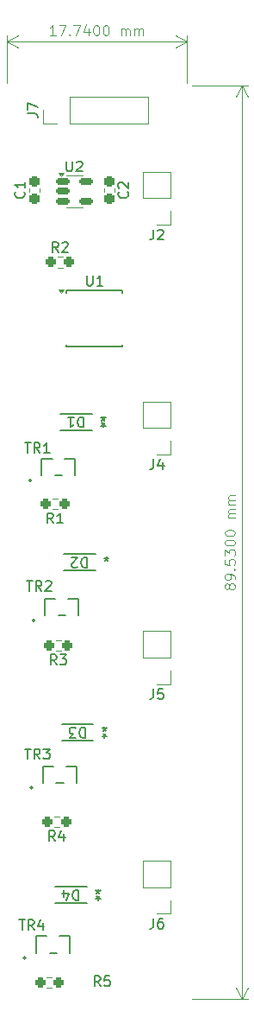
<source format=gbr>
%TF.GenerationSoftware,KiCad,Pcbnew,8.0.1*%
%TF.CreationDate,2025-01-22T20:34:06-07:00*%
%TF.ProjectId,VibrationBand,56696272-6174-4696-9f6e-42616e642e6b,rev?*%
%TF.SameCoordinates,Original*%
%TF.FileFunction,Legend,Top*%
%TF.FilePolarity,Positive*%
%FSLAX46Y46*%
G04 Gerber Fmt 4.6, Leading zero omitted, Abs format (unit mm)*
G04 Created by KiCad (PCBNEW 8.0.1) date 2025-01-22 20:34:06*
%MOMM*%
%LPD*%
G01*
G04 APERTURE LIST*
G04 Aperture macros list*
%AMRoundRect*
0 Rectangle with rounded corners*
0 $1 Rounding radius*
0 $2 $3 $4 $5 $6 $7 $8 $9 X,Y pos of 4 corners*
0 Add a 4 corners polygon primitive as box body*
4,1,4,$2,$3,$4,$5,$6,$7,$8,$9,$2,$3,0*
0 Add four circle primitives for the rounded corners*
1,1,$1+$1,$2,$3*
1,1,$1+$1,$4,$5*
1,1,$1+$1,$6,$7*
1,1,$1+$1,$8,$9*
0 Add four rect primitives between the rounded corners*
20,1,$1+$1,$2,$3,$4,$5,0*
20,1,$1+$1,$4,$5,$6,$7,0*
20,1,$1+$1,$6,$7,$8,$9,0*
20,1,$1+$1,$8,$9,$2,$3,0*%
G04 Aperture macros list end*
%ADD10C,0.100000*%
%ADD11C,0.150000*%
%ADD12C,0.120000*%
%ADD13C,0.152400*%
%ADD14RoundRect,0.237500X0.250000X0.237500X-0.250000X0.237500X-0.250000X-0.237500X0.250000X-0.237500X0*%
%ADD15R,1.111200X0.600800*%
%ADD16R,1.700000X0.650000*%
%ADD17R,1.700000X1.700000*%
%ADD18O,1.700000X1.700000*%
%ADD19R,0.558800X1.219200*%
%ADD20RoundRect,0.150000X-0.512500X-0.150000X0.512500X-0.150000X0.512500X0.150000X-0.512500X0.150000X0*%
%ADD21RoundRect,0.237500X0.237500X-0.300000X0.237500X0.300000X-0.237500X0.300000X-0.237500X-0.300000X0*%
%ADD22RoundRect,0.237500X-0.237500X0.300000X-0.237500X-0.300000X0.237500X-0.300000X0.237500X0.300000X0*%
%ADD23RoundRect,0.237500X-0.250000X-0.237500X0.250000X-0.237500X0.250000X0.237500X-0.250000X0.237500X0*%
G04 APERTURE END LIST*
D10*
X109052381Y-42757419D02*
X108480953Y-42757419D01*
X108766667Y-42757419D02*
X108766667Y-41757419D01*
X108766667Y-41757419D02*
X108671429Y-41900276D01*
X108671429Y-41900276D02*
X108576191Y-41995514D01*
X108576191Y-41995514D02*
X108480953Y-42043133D01*
X109385715Y-41757419D02*
X110052381Y-41757419D01*
X110052381Y-41757419D02*
X109623810Y-42757419D01*
X110433334Y-42662180D02*
X110480953Y-42709800D01*
X110480953Y-42709800D02*
X110433334Y-42757419D01*
X110433334Y-42757419D02*
X110385715Y-42709800D01*
X110385715Y-42709800D02*
X110433334Y-42662180D01*
X110433334Y-42662180D02*
X110433334Y-42757419D01*
X110814286Y-41757419D02*
X111480952Y-41757419D01*
X111480952Y-41757419D02*
X111052381Y-42757419D01*
X112290476Y-42090752D02*
X112290476Y-42757419D01*
X112052381Y-41709800D02*
X111814286Y-42424085D01*
X111814286Y-42424085D02*
X112433333Y-42424085D01*
X113004762Y-41757419D02*
X113100000Y-41757419D01*
X113100000Y-41757419D02*
X113195238Y-41805038D01*
X113195238Y-41805038D02*
X113242857Y-41852657D01*
X113242857Y-41852657D02*
X113290476Y-41947895D01*
X113290476Y-41947895D02*
X113338095Y-42138371D01*
X113338095Y-42138371D02*
X113338095Y-42376466D01*
X113338095Y-42376466D02*
X113290476Y-42566942D01*
X113290476Y-42566942D02*
X113242857Y-42662180D01*
X113242857Y-42662180D02*
X113195238Y-42709800D01*
X113195238Y-42709800D02*
X113100000Y-42757419D01*
X113100000Y-42757419D02*
X113004762Y-42757419D01*
X113004762Y-42757419D02*
X112909524Y-42709800D01*
X112909524Y-42709800D02*
X112861905Y-42662180D01*
X112861905Y-42662180D02*
X112814286Y-42566942D01*
X112814286Y-42566942D02*
X112766667Y-42376466D01*
X112766667Y-42376466D02*
X112766667Y-42138371D01*
X112766667Y-42138371D02*
X112814286Y-41947895D01*
X112814286Y-41947895D02*
X112861905Y-41852657D01*
X112861905Y-41852657D02*
X112909524Y-41805038D01*
X112909524Y-41805038D02*
X113004762Y-41757419D01*
X113957143Y-41757419D02*
X114052381Y-41757419D01*
X114052381Y-41757419D02*
X114147619Y-41805038D01*
X114147619Y-41805038D02*
X114195238Y-41852657D01*
X114195238Y-41852657D02*
X114242857Y-41947895D01*
X114242857Y-41947895D02*
X114290476Y-42138371D01*
X114290476Y-42138371D02*
X114290476Y-42376466D01*
X114290476Y-42376466D02*
X114242857Y-42566942D01*
X114242857Y-42566942D02*
X114195238Y-42662180D01*
X114195238Y-42662180D02*
X114147619Y-42709800D01*
X114147619Y-42709800D02*
X114052381Y-42757419D01*
X114052381Y-42757419D02*
X113957143Y-42757419D01*
X113957143Y-42757419D02*
X113861905Y-42709800D01*
X113861905Y-42709800D02*
X113814286Y-42662180D01*
X113814286Y-42662180D02*
X113766667Y-42566942D01*
X113766667Y-42566942D02*
X113719048Y-42376466D01*
X113719048Y-42376466D02*
X113719048Y-42138371D01*
X113719048Y-42138371D02*
X113766667Y-41947895D01*
X113766667Y-41947895D02*
X113814286Y-41852657D01*
X113814286Y-41852657D02*
X113861905Y-41805038D01*
X113861905Y-41805038D02*
X113957143Y-41757419D01*
X115480953Y-42757419D02*
X115480953Y-42090752D01*
X115480953Y-42185990D02*
X115528572Y-42138371D01*
X115528572Y-42138371D02*
X115623810Y-42090752D01*
X115623810Y-42090752D02*
X115766667Y-42090752D01*
X115766667Y-42090752D02*
X115861905Y-42138371D01*
X115861905Y-42138371D02*
X115909524Y-42233609D01*
X115909524Y-42233609D02*
X115909524Y-42757419D01*
X115909524Y-42233609D02*
X115957143Y-42138371D01*
X115957143Y-42138371D02*
X116052381Y-42090752D01*
X116052381Y-42090752D02*
X116195238Y-42090752D01*
X116195238Y-42090752D02*
X116290477Y-42138371D01*
X116290477Y-42138371D02*
X116338096Y-42233609D01*
X116338096Y-42233609D02*
X116338096Y-42757419D01*
X116814286Y-42757419D02*
X116814286Y-42090752D01*
X116814286Y-42185990D02*
X116861905Y-42138371D01*
X116861905Y-42138371D02*
X116957143Y-42090752D01*
X116957143Y-42090752D02*
X117100000Y-42090752D01*
X117100000Y-42090752D02*
X117195238Y-42138371D01*
X117195238Y-42138371D02*
X117242857Y-42233609D01*
X117242857Y-42233609D02*
X117242857Y-42757419D01*
X117242857Y-42233609D02*
X117290476Y-42138371D01*
X117290476Y-42138371D02*
X117385714Y-42090752D01*
X117385714Y-42090752D02*
X117528571Y-42090752D01*
X117528571Y-42090752D02*
X117623810Y-42138371D01*
X117623810Y-42138371D02*
X117671429Y-42233609D01*
X117671429Y-42233609D02*
X117671429Y-42757419D01*
X104230000Y-47470000D02*
X104230000Y-42813580D01*
X121970000Y-47470000D02*
X121970000Y-42813580D01*
X104230000Y-43400000D02*
X121970000Y-43400000D01*
X104230000Y-43400000D02*
X121970000Y-43400000D01*
X104230000Y-43400000D02*
X105356504Y-42813579D01*
X104230000Y-43400000D02*
X105356504Y-43986421D01*
X121970000Y-43400000D02*
X120843496Y-43986421D01*
X121970000Y-43400000D02*
X120843496Y-42813579D01*
X126125990Y-96853570D02*
X126078371Y-96948808D01*
X126078371Y-96948808D02*
X126030752Y-96996427D01*
X126030752Y-96996427D02*
X125935514Y-97044046D01*
X125935514Y-97044046D02*
X125887895Y-97044046D01*
X125887895Y-97044046D02*
X125792657Y-96996427D01*
X125792657Y-96996427D02*
X125745038Y-96948808D01*
X125745038Y-96948808D02*
X125697419Y-96853570D01*
X125697419Y-96853570D02*
X125697419Y-96663094D01*
X125697419Y-96663094D02*
X125745038Y-96567856D01*
X125745038Y-96567856D02*
X125792657Y-96520237D01*
X125792657Y-96520237D02*
X125887895Y-96472618D01*
X125887895Y-96472618D02*
X125935514Y-96472618D01*
X125935514Y-96472618D02*
X126030752Y-96520237D01*
X126030752Y-96520237D02*
X126078371Y-96567856D01*
X126078371Y-96567856D02*
X126125990Y-96663094D01*
X126125990Y-96663094D02*
X126125990Y-96853570D01*
X126125990Y-96853570D02*
X126173609Y-96948808D01*
X126173609Y-96948808D02*
X126221228Y-96996427D01*
X126221228Y-96996427D02*
X126316466Y-97044046D01*
X126316466Y-97044046D02*
X126506942Y-97044046D01*
X126506942Y-97044046D02*
X126602180Y-96996427D01*
X126602180Y-96996427D02*
X126649800Y-96948808D01*
X126649800Y-96948808D02*
X126697419Y-96853570D01*
X126697419Y-96853570D02*
X126697419Y-96663094D01*
X126697419Y-96663094D02*
X126649800Y-96567856D01*
X126649800Y-96567856D02*
X126602180Y-96520237D01*
X126602180Y-96520237D02*
X126506942Y-96472618D01*
X126506942Y-96472618D02*
X126316466Y-96472618D01*
X126316466Y-96472618D02*
X126221228Y-96520237D01*
X126221228Y-96520237D02*
X126173609Y-96567856D01*
X126173609Y-96567856D02*
X126125990Y-96663094D01*
X126697419Y-95996427D02*
X126697419Y-95805951D01*
X126697419Y-95805951D02*
X126649800Y-95710713D01*
X126649800Y-95710713D02*
X126602180Y-95663094D01*
X126602180Y-95663094D02*
X126459323Y-95567856D01*
X126459323Y-95567856D02*
X126268847Y-95520237D01*
X126268847Y-95520237D02*
X125887895Y-95520237D01*
X125887895Y-95520237D02*
X125792657Y-95567856D01*
X125792657Y-95567856D02*
X125745038Y-95615475D01*
X125745038Y-95615475D02*
X125697419Y-95710713D01*
X125697419Y-95710713D02*
X125697419Y-95901189D01*
X125697419Y-95901189D02*
X125745038Y-95996427D01*
X125745038Y-95996427D02*
X125792657Y-96044046D01*
X125792657Y-96044046D02*
X125887895Y-96091665D01*
X125887895Y-96091665D02*
X126125990Y-96091665D01*
X126125990Y-96091665D02*
X126221228Y-96044046D01*
X126221228Y-96044046D02*
X126268847Y-95996427D01*
X126268847Y-95996427D02*
X126316466Y-95901189D01*
X126316466Y-95901189D02*
X126316466Y-95710713D01*
X126316466Y-95710713D02*
X126268847Y-95615475D01*
X126268847Y-95615475D02*
X126221228Y-95567856D01*
X126221228Y-95567856D02*
X126125990Y-95520237D01*
X126602180Y-95091665D02*
X126649800Y-95044046D01*
X126649800Y-95044046D02*
X126697419Y-95091665D01*
X126697419Y-95091665D02*
X126649800Y-95139284D01*
X126649800Y-95139284D02*
X126602180Y-95091665D01*
X126602180Y-95091665D02*
X126697419Y-95091665D01*
X125697419Y-94139285D02*
X125697419Y-94615475D01*
X125697419Y-94615475D02*
X126173609Y-94663094D01*
X126173609Y-94663094D02*
X126125990Y-94615475D01*
X126125990Y-94615475D02*
X126078371Y-94520237D01*
X126078371Y-94520237D02*
X126078371Y-94282142D01*
X126078371Y-94282142D02*
X126125990Y-94186904D01*
X126125990Y-94186904D02*
X126173609Y-94139285D01*
X126173609Y-94139285D02*
X126268847Y-94091666D01*
X126268847Y-94091666D02*
X126506942Y-94091666D01*
X126506942Y-94091666D02*
X126602180Y-94139285D01*
X126602180Y-94139285D02*
X126649800Y-94186904D01*
X126649800Y-94186904D02*
X126697419Y-94282142D01*
X126697419Y-94282142D02*
X126697419Y-94520237D01*
X126697419Y-94520237D02*
X126649800Y-94615475D01*
X126649800Y-94615475D02*
X126602180Y-94663094D01*
X125697419Y-93758332D02*
X125697419Y-93139285D01*
X125697419Y-93139285D02*
X126078371Y-93472618D01*
X126078371Y-93472618D02*
X126078371Y-93329761D01*
X126078371Y-93329761D02*
X126125990Y-93234523D01*
X126125990Y-93234523D02*
X126173609Y-93186904D01*
X126173609Y-93186904D02*
X126268847Y-93139285D01*
X126268847Y-93139285D02*
X126506942Y-93139285D01*
X126506942Y-93139285D02*
X126602180Y-93186904D01*
X126602180Y-93186904D02*
X126649800Y-93234523D01*
X126649800Y-93234523D02*
X126697419Y-93329761D01*
X126697419Y-93329761D02*
X126697419Y-93615475D01*
X126697419Y-93615475D02*
X126649800Y-93710713D01*
X126649800Y-93710713D02*
X126602180Y-93758332D01*
X125697419Y-92520237D02*
X125697419Y-92424999D01*
X125697419Y-92424999D02*
X125745038Y-92329761D01*
X125745038Y-92329761D02*
X125792657Y-92282142D01*
X125792657Y-92282142D02*
X125887895Y-92234523D01*
X125887895Y-92234523D02*
X126078371Y-92186904D01*
X126078371Y-92186904D02*
X126316466Y-92186904D01*
X126316466Y-92186904D02*
X126506942Y-92234523D01*
X126506942Y-92234523D02*
X126602180Y-92282142D01*
X126602180Y-92282142D02*
X126649800Y-92329761D01*
X126649800Y-92329761D02*
X126697419Y-92424999D01*
X126697419Y-92424999D02*
X126697419Y-92520237D01*
X126697419Y-92520237D02*
X126649800Y-92615475D01*
X126649800Y-92615475D02*
X126602180Y-92663094D01*
X126602180Y-92663094D02*
X126506942Y-92710713D01*
X126506942Y-92710713D02*
X126316466Y-92758332D01*
X126316466Y-92758332D02*
X126078371Y-92758332D01*
X126078371Y-92758332D02*
X125887895Y-92710713D01*
X125887895Y-92710713D02*
X125792657Y-92663094D01*
X125792657Y-92663094D02*
X125745038Y-92615475D01*
X125745038Y-92615475D02*
X125697419Y-92520237D01*
X125697419Y-91567856D02*
X125697419Y-91472618D01*
X125697419Y-91472618D02*
X125745038Y-91377380D01*
X125745038Y-91377380D02*
X125792657Y-91329761D01*
X125792657Y-91329761D02*
X125887895Y-91282142D01*
X125887895Y-91282142D02*
X126078371Y-91234523D01*
X126078371Y-91234523D02*
X126316466Y-91234523D01*
X126316466Y-91234523D02*
X126506942Y-91282142D01*
X126506942Y-91282142D02*
X126602180Y-91329761D01*
X126602180Y-91329761D02*
X126649800Y-91377380D01*
X126649800Y-91377380D02*
X126697419Y-91472618D01*
X126697419Y-91472618D02*
X126697419Y-91567856D01*
X126697419Y-91567856D02*
X126649800Y-91663094D01*
X126649800Y-91663094D02*
X126602180Y-91710713D01*
X126602180Y-91710713D02*
X126506942Y-91758332D01*
X126506942Y-91758332D02*
X126316466Y-91805951D01*
X126316466Y-91805951D02*
X126078371Y-91805951D01*
X126078371Y-91805951D02*
X125887895Y-91758332D01*
X125887895Y-91758332D02*
X125792657Y-91710713D01*
X125792657Y-91710713D02*
X125745038Y-91663094D01*
X125745038Y-91663094D02*
X125697419Y-91567856D01*
X126697419Y-90044046D02*
X126030752Y-90044046D01*
X126125990Y-90044046D02*
X126078371Y-89996427D01*
X126078371Y-89996427D02*
X126030752Y-89901189D01*
X126030752Y-89901189D02*
X126030752Y-89758332D01*
X126030752Y-89758332D02*
X126078371Y-89663094D01*
X126078371Y-89663094D02*
X126173609Y-89615475D01*
X126173609Y-89615475D02*
X126697419Y-89615475D01*
X126173609Y-89615475D02*
X126078371Y-89567856D01*
X126078371Y-89567856D02*
X126030752Y-89472618D01*
X126030752Y-89472618D02*
X126030752Y-89329761D01*
X126030752Y-89329761D02*
X126078371Y-89234522D01*
X126078371Y-89234522D02*
X126173609Y-89186903D01*
X126173609Y-89186903D02*
X126697419Y-89186903D01*
X126697419Y-88710713D02*
X126030752Y-88710713D01*
X126125990Y-88710713D02*
X126078371Y-88663094D01*
X126078371Y-88663094D02*
X126030752Y-88567856D01*
X126030752Y-88567856D02*
X126030752Y-88424999D01*
X126030752Y-88424999D02*
X126078371Y-88329761D01*
X126078371Y-88329761D02*
X126173609Y-88282142D01*
X126173609Y-88282142D02*
X126697419Y-88282142D01*
X126173609Y-88282142D02*
X126078371Y-88234523D01*
X126078371Y-88234523D02*
X126030752Y-88139285D01*
X126030752Y-88139285D02*
X126030752Y-87996428D01*
X126030752Y-87996428D02*
X126078371Y-87901189D01*
X126078371Y-87901189D02*
X126173609Y-87853570D01*
X126173609Y-87853570D02*
X126697419Y-87853570D01*
X122450000Y-47660000D02*
X127926420Y-47660000D01*
X122450000Y-137190000D02*
X127926420Y-137190000D01*
X127340000Y-47660000D02*
X127340000Y-137190000D01*
X127340000Y-47660000D02*
X127340000Y-137190000D01*
X127340000Y-47660000D02*
X127926421Y-48786504D01*
X127340000Y-47660000D02*
X126753579Y-48786504D01*
X127340000Y-137190000D02*
X126753579Y-136063496D01*
X127340000Y-137190000D02*
X127926421Y-136063496D01*
D11*
X113453333Y-135924819D02*
X113120000Y-135448628D01*
X112881905Y-135924819D02*
X112881905Y-134924819D01*
X112881905Y-134924819D02*
X113262857Y-134924819D01*
X113262857Y-134924819D02*
X113358095Y-134972438D01*
X113358095Y-134972438D02*
X113405714Y-135020057D01*
X113405714Y-135020057D02*
X113453333Y-135115295D01*
X113453333Y-135115295D02*
X113453333Y-135258152D01*
X113453333Y-135258152D02*
X113405714Y-135353390D01*
X113405714Y-135353390D02*
X113358095Y-135401009D01*
X113358095Y-135401009D02*
X113262857Y-135448628D01*
X113262857Y-135448628D02*
X112881905Y-135448628D01*
X114358095Y-134924819D02*
X113881905Y-134924819D01*
X113881905Y-134924819D02*
X113834286Y-135401009D01*
X113834286Y-135401009D02*
X113881905Y-135353390D01*
X113881905Y-135353390D02*
X113977143Y-135305771D01*
X113977143Y-135305771D02*
X114215238Y-135305771D01*
X114215238Y-135305771D02*
X114310476Y-135353390D01*
X114310476Y-135353390D02*
X114358095Y-135401009D01*
X114358095Y-135401009D02*
X114405714Y-135496247D01*
X114405714Y-135496247D02*
X114405714Y-135734342D01*
X114405714Y-135734342D02*
X114358095Y-135829580D01*
X114358095Y-135829580D02*
X114310476Y-135877200D01*
X114310476Y-135877200D02*
X114215238Y-135924819D01*
X114215238Y-135924819D02*
X113977143Y-135924819D01*
X113977143Y-135924819D02*
X113881905Y-135877200D01*
X113881905Y-135877200D02*
X113834286Y-135829580D01*
X108830833Y-90554819D02*
X108497500Y-90078628D01*
X108259405Y-90554819D02*
X108259405Y-89554819D01*
X108259405Y-89554819D02*
X108640357Y-89554819D01*
X108640357Y-89554819D02*
X108735595Y-89602438D01*
X108735595Y-89602438D02*
X108783214Y-89650057D01*
X108783214Y-89650057D02*
X108830833Y-89745295D01*
X108830833Y-89745295D02*
X108830833Y-89888152D01*
X108830833Y-89888152D02*
X108783214Y-89983390D01*
X108783214Y-89983390D02*
X108735595Y-90031009D01*
X108735595Y-90031009D02*
X108640357Y-90078628D01*
X108640357Y-90078628D02*
X108259405Y-90078628D01*
X109783214Y-90554819D02*
X109211786Y-90554819D01*
X109497500Y-90554819D02*
X109497500Y-89554819D01*
X109497500Y-89554819D02*
X109402262Y-89697676D01*
X109402262Y-89697676D02*
X109307024Y-89792914D01*
X109307024Y-89792914D02*
X109211786Y-89840533D01*
X112133094Y-93915180D02*
X112133094Y-94915180D01*
X112133094Y-94915180D02*
X111894999Y-94915180D01*
X111894999Y-94915180D02*
X111752142Y-94867561D01*
X111752142Y-94867561D02*
X111656904Y-94772323D01*
X111656904Y-94772323D02*
X111609285Y-94677085D01*
X111609285Y-94677085D02*
X111561666Y-94486609D01*
X111561666Y-94486609D02*
X111561666Y-94343752D01*
X111561666Y-94343752D02*
X111609285Y-94153276D01*
X111609285Y-94153276D02*
X111656904Y-94058038D01*
X111656904Y-94058038D02*
X111752142Y-93962800D01*
X111752142Y-93962800D02*
X111894999Y-93915180D01*
X111894999Y-93915180D02*
X112133094Y-93915180D01*
X111180713Y-94819942D02*
X111133094Y-94867561D01*
X111133094Y-94867561D02*
X111037856Y-94915180D01*
X111037856Y-94915180D02*
X110799761Y-94915180D01*
X110799761Y-94915180D02*
X110704523Y-94867561D01*
X110704523Y-94867561D02*
X110656904Y-94819942D01*
X110656904Y-94819942D02*
X110609285Y-94724704D01*
X110609285Y-94724704D02*
X110609285Y-94629466D01*
X110609285Y-94629466D02*
X110656904Y-94486609D01*
X110656904Y-94486609D02*
X111228332Y-93915180D01*
X111228332Y-93915180D02*
X110609285Y-93915180D01*
X114056600Y-93824819D02*
X114056600Y-94062914D01*
X113818505Y-93967676D02*
X114056600Y-94062914D01*
X114056600Y-94062914D02*
X114294695Y-93967676D01*
X113913743Y-94253390D02*
X114056600Y-94062914D01*
X114056600Y-94062914D02*
X114199457Y-94253390D01*
X112123095Y-66289819D02*
X112123095Y-67099342D01*
X112123095Y-67099342D02*
X112170714Y-67194580D01*
X112170714Y-67194580D02*
X112218333Y-67242200D01*
X112218333Y-67242200D02*
X112313571Y-67289819D01*
X112313571Y-67289819D02*
X112504047Y-67289819D01*
X112504047Y-67289819D02*
X112599285Y-67242200D01*
X112599285Y-67242200D02*
X112646904Y-67194580D01*
X112646904Y-67194580D02*
X112694523Y-67099342D01*
X112694523Y-67099342D02*
X112694523Y-66289819D01*
X113694523Y-67289819D02*
X113123095Y-67289819D01*
X113408809Y-67289819D02*
X113408809Y-66289819D01*
X113408809Y-66289819D02*
X113313571Y-66432676D01*
X113313571Y-66432676D02*
X113218333Y-66527914D01*
X113218333Y-66527914D02*
X113123095Y-66575533D01*
X118666666Y-129284819D02*
X118666666Y-129999104D01*
X118666666Y-129999104D02*
X118619047Y-130141961D01*
X118619047Y-130141961D02*
X118523809Y-130237200D01*
X118523809Y-130237200D02*
X118380952Y-130284819D01*
X118380952Y-130284819D02*
X118285714Y-130284819D01*
X119571428Y-129284819D02*
X119380952Y-129284819D01*
X119380952Y-129284819D02*
X119285714Y-129332438D01*
X119285714Y-129332438D02*
X119238095Y-129380057D01*
X119238095Y-129380057D02*
X119142857Y-129522914D01*
X119142857Y-129522914D02*
X119095238Y-129713390D01*
X119095238Y-129713390D02*
X119095238Y-130094342D01*
X119095238Y-130094342D02*
X119142857Y-130189580D01*
X119142857Y-130189580D02*
X119190476Y-130237200D01*
X119190476Y-130237200D02*
X119285714Y-130284819D01*
X119285714Y-130284819D02*
X119476190Y-130284819D01*
X119476190Y-130284819D02*
X119571428Y-130237200D01*
X119571428Y-130237200D02*
X119619047Y-130189580D01*
X119619047Y-130189580D02*
X119666666Y-130094342D01*
X119666666Y-130094342D02*
X119666666Y-129856247D01*
X119666666Y-129856247D02*
X119619047Y-129761009D01*
X119619047Y-129761009D02*
X119571428Y-129713390D01*
X119571428Y-129713390D02*
X119476190Y-129665771D01*
X119476190Y-129665771D02*
X119285714Y-129665771D01*
X119285714Y-129665771D02*
X119190476Y-129713390D01*
X119190476Y-129713390D02*
X119142857Y-129761009D01*
X119142857Y-129761009D02*
X119095238Y-129856247D01*
X111293094Y-126495180D02*
X111293094Y-127495180D01*
X111293094Y-127495180D02*
X111054999Y-127495180D01*
X111054999Y-127495180D02*
X110912142Y-127447561D01*
X110912142Y-127447561D02*
X110816904Y-127352323D01*
X110816904Y-127352323D02*
X110769285Y-127257085D01*
X110769285Y-127257085D02*
X110721666Y-127066609D01*
X110721666Y-127066609D02*
X110721666Y-126923752D01*
X110721666Y-126923752D02*
X110769285Y-126733276D01*
X110769285Y-126733276D02*
X110816904Y-126638038D01*
X110816904Y-126638038D02*
X110912142Y-126542800D01*
X110912142Y-126542800D02*
X111054999Y-126495180D01*
X111054999Y-126495180D02*
X111293094Y-126495180D01*
X109864523Y-127161847D02*
X109864523Y-126495180D01*
X110102618Y-127542800D02*
X110340713Y-126828514D01*
X110340713Y-126828514D02*
X109721666Y-126828514D01*
X113216600Y-126404819D02*
X113216600Y-126642914D01*
X112978505Y-126547676D02*
X113216600Y-126642914D01*
X113216600Y-126642914D02*
X113454695Y-126547676D01*
X113073743Y-126833390D02*
X113216600Y-126642914D01*
X113216600Y-126642914D02*
X113359457Y-126833390D01*
X113216599Y-127495180D02*
X113216599Y-127257085D01*
X113454694Y-127352323D02*
X113216599Y-127257085D01*
X113216599Y-127257085D02*
X112978504Y-127352323D01*
X113359456Y-127066609D02*
X113216599Y-127257085D01*
X113216599Y-127257085D02*
X113073742Y-127066609D01*
X111943094Y-110575180D02*
X111943094Y-111575180D01*
X111943094Y-111575180D02*
X111704999Y-111575180D01*
X111704999Y-111575180D02*
X111562142Y-111527561D01*
X111562142Y-111527561D02*
X111466904Y-111432323D01*
X111466904Y-111432323D02*
X111419285Y-111337085D01*
X111419285Y-111337085D02*
X111371666Y-111146609D01*
X111371666Y-111146609D02*
X111371666Y-111003752D01*
X111371666Y-111003752D02*
X111419285Y-110813276D01*
X111419285Y-110813276D02*
X111466904Y-110718038D01*
X111466904Y-110718038D02*
X111562142Y-110622800D01*
X111562142Y-110622800D02*
X111704999Y-110575180D01*
X111704999Y-110575180D02*
X111943094Y-110575180D01*
X111038332Y-111575180D02*
X110419285Y-111575180D01*
X110419285Y-111575180D02*
X110752618Y-111194228D01*
X110752618Y-111194228D02*
X110609761Y-111194228D01*
X110609761Y-111194228D02*
X110514523Y-111146609D01*
X110514523Y-111146609D02*
X110466904Y-111098990D01*
X110466904Y-111098990D02*
X110419285Y-111003752D01*
X110419285Y-111003752D02*
X110419285Y-110765657D01*
X110419285Y-110765657D02*
X110466904Y-110670419D01*
X110466904Y-110670419D02*
X110514523Y-110622800D01*
X110514523Y-110622800D02*
X110609761Y-110575180D01*
X110609761Y-110575180D02*
X110895475Y-110575180D01*
X110895475Y-110575180D02*
X110990713Y-110622800D01*
X110990713Y-110622800D02*
X111038332Y-110670419D01*
X113866600Y-110484819D02*
X113866600Y-110722914D01*
X113628505Y-110627676D02*
X113866600Y-110722914D01*
X113866600Y-110722914D02*
X114104695Y-110627676D01*
X113723743Y-110913390D02*
X113866600Y-110722914D01*
X113866600Y-110722914D02*
X114009457Y-110913390D01*
X113866599Y-111575180D02*
X113866599Y-111337085D01*
X114104694Y-111432323D02*
X113866599Y-111337085D01*
X113866599Y-111337085D02*
X113628504Y-111432323D01*
X114009456Y-111146609D02*
X113866599Y-111337085D01*
X113866599Y-111337085D02*
X113723742Y-111146609D01*
X106294819Y-50423333D02*
X107009104Y-50423333D01*
X107009104Y-50423333D02*
X107151961Y-50470952D01*
X107151961Y-50470952D02*
X107247200Y-50566190D01*
X107247200Y-50566190D02*
X107294819Y-50709047D01*
X107294819Y-50709047D02*
X107294819Y-50804285D01*
X106294819Y-50042380D02*
X106294819Y-49375714D01*
X106294819Y-49375714D02*
X107294819Y-49804285D01*
X118666666Y-106784819D02*
X118666666Y-107499104D01*
X118666666Y-107499104D02*
X118619047Y-107641961D01*
X118619047Y-107641961D02*
X118523809Y-107737200D01*
X118523809Y-107737200D02*
X118380952Y-107784819D01*
X118380952Y-107784819D02*
X118285714Y-107784819D01*
X119619047Y-106784819D02*
X119142857Y-106784819D01*
X119142857Y-106784819D02*
X119095238Y-107261009D01*
X119095238Y-107261009D02*
X119142857Y-107213390D01*
X119142857Y-107213390D02*
X119238095Y-107165771D01*
X119238095Y-107165771D02*
X119476190Y-107165771D01*
X119476190Y-107165771D02*
X119571428Y-107213390D01*
X119571428Y-107213390D02*
X119619047Y-107261009D01*
X119619047Y-107261009D02*
X119666666Y-107356247D01*
X119666666Y-107356247D02*
X119666666Y-107594342D01*
X119666666Y-107594342D02*
X119619047Y-107689580D01*
X119619047Y-107689580D02*
X119571428Y-107737200D01*
X119571428Y-107737200D02*
X119476190Y-107784819D01*
X119476190Y-107784819D02*
X119238095Y-107784819D01*
X119238095Y-107784819D02*
X119142857Y-107737200D01*
X119142857Y-107737200D02*
X119095238Y-107689580D01*
X105458095Y-129414819D02*
X106029523Y-129414819D01*
X105743809Y-130414819D02*
X105743809Y-129414819D01*
X106934285Y-130414819D02*
X106600952Y-129938628D01*
X106362857Y-130414819D02*
X106362857Y-129414819D01*
X106362857Y-129414819D02*
X106743809Y-129414819D01*
X106743809Y-129414819D02*
X106839047Y-129462438D01*
X106839047Y-129462438D02*
X106886666Y-129510057D01*
X106886666Y-129510057D02*
X106934285Y-129605295D01*
X106934285Y-129605295D02*
X106934285Y-129748152D01*
X106934285Y-129748152D02*
X106886666Y-129843390D01*
X106886666Y-129843390D02*
X106839047Y-129891009D01*
X106839047Y-129891009D02*
X106743809Y-129938628D01*
X106743809Y-129938628D02*
X106362857Y-129938628D01*
X107791428Y-129748152D02*
X107791428Y-130414819D01*
X107553333Y-129367200D02*
X107315238Y-130081485D01*
X107315238Y-130081485D02*
X107934285Y-130081485D01*
X118666666Y-61784819D02*
X118666666Y-62499104D01*
X118666666Y-62499104D02*
X118619047Y-62641961D01*
X118619047Y-62641961D02*
X118523809Y-62737200D01*
X118523809Y-62737200D02*
X118380952Y-62784819D01*
X118380952Y-62784819D02*
X118285714Y-62784819D01*
X119095238Y-61880057D02*
X119142857Y-61832438D01*
X119142857Y-61832438D02*
X119238095Y-61784819D01*
X119238095Y-61784819D02*
X119476190Y-61784819D01*
X119476190Y-61784819D02*
X119571428Y-61832438D01*
X119571428Y-61832438D02*
X119619047Y-61880057D01*
X119619047Y-61880057D02*
X119666666Y-61975295D01*
X119666666Y-61975295D02*
X119666666Y-62070533D01*
X119666666Y-62070533D02*
X119619047Y-62213390D01*
X119619047Y-62213390D02*
X119047619Y-62784819D01*
X119047619Y-62784819D02*
X119666666Y-62784819D01*
X109150833Y-104434819D02*
X108817500Y-103958628D01*
X108579405Y-104434819D02*
X108579405Y-103434819D01*
X108579405Y-103434819D02*
X108960357Y-103434819D01*
X108960357Y-103434819D02*
X109055595Y-103482438D01*
X109055595Y-103482438D02*
X109103214Y-103530057D01*
X109103214Y-103530057D02*
X109150833Y-103625295D01*
X109150833Y-103625295D02*
X109150833Y-103768152D01*
X109150833Y-103768152D02*
X109103214Y-103863390D01*
X109103214Y-103863390D02*
X109055595Y-103911009D01*
X109055595Y-103911009D02*
X108960357Y-103958628D01*
X108960357Y-103958628D02*
X108579405Y-103958628D01*
X109484167Y-103434819D02*
X110103214Y-103434819D01*
X110103214Y-103434819D02*
X109769881Y-103815771D01*
X109769881Y-103815771D02*
X109912738Y-103815771D01*
X109912738Y-103815771D02*
X110007976Y-103863390D01*
X110007976Y-103863390D02*
X110055595Y-103911009D01*
X110055595Y-103911009D02*
X110103214Y-104006247D01*
X110103214Y-104006247D02*
X110103214Y-104244342D01*
X110103214Y-104244342D02*
X110055595Y-104339580D01*
X110055595Y-104339580D02*
X110007976Y-104387200D01*
X110007976Y-104387200D02*
X109912738Y-104434819D01*
X109912738Y-104434819D02*
X109627024Y-104434819D01*
X109627024Y-104434819D02*
X109531786Y-104387200D01*
X109531786Y-104387200D02*
X109484167Y-104339580D01*
X110115595Y-55104819D02*
X110115595Y-55914342D01*
X110115595Y-55914342D02*
X110163214Y-56009580D01*
X110163214Y-56009580D02*
X110210833Y-56057200D01*
X110210833Y-56057200D02*
X110306071Y-56104819D01*
X110306071Y-56104819D02*
X110496547Y-56104819D01*
X110496547Y-56104819D02*
X110591785Y-56057200D01*
X110591785Y-56057200D02*
X110639404Y-56009580D01*
X110639404Y-56009580D02*
X110687023Y-55914342D01*
X110687023Y-55914342D02*
X110687023Y-55104819D01*
X111115595Y-55200057D02*
X111163214Y-55152438D01*
X111163214Y-55152438D02*
X111258452Y-55104819D01*
X111258452Y-55104819D02*
X111496547Y-55104819D01*
X111496547Y-55104819D02*
X111591785Y-55152438D01*
X111591785Y-55152438D02*
X111639404Y-55200057D01*
X111639404Y-55200057D02*
X111687023Y-55295295D01*
X111687023Y-55295295D02*
X111687023Y-55390533D01*
X111687023Y-55390533D02*
X111639404Y-55533390D01*
X111639404Y-55533390D02*
X111067976Y-56104819D01*
X111067976Y-56104819D02*
X111687023Y-56104819D01*
X105939580Y-58081666D02*
X105987200Y-58129285D01*
X105987200Y-58129285D02*
X106034819Y-58272142D01*
X106034819Y-58272142D02*
X106034819Y-58367380D01*
X106034819Y-58367380D02*
X105987200Y-58510237D01*
X105987200Y-58510237D02*
X105891961Y-58605475D01*
X105891961Y-58605475D02*
X105796723Y-58653094D01*
X105796723Y-58653094D02*
X105606247Y-58700713D01*
X105606247Y-58700713D02*
X105463390Y-58700713D01*
X105463390Y-58700713D02*
X105272914Y-58653094D01*
X105272914Y-58653094D02*
X105177676Y-58605475D01*
X105177676Y-58605475D02*
X105082438Y-58510237D01*
X105082438Y-58510237D02*
X105034819Y-58367380D01*
X105034819Y-58367380D02*
X105034819Y-58272142D01*
X105034819Y-58272142D02*
X105082438Y-58129285D01*
X105082438Y-58129285D02*
X105130057Y-58081666D01*
X106034819Y-57129285D02*
X106034819Y-57700713D01*
X106034819Y-57414999D02*
X105034819Y-57414999D01*
X105034819Y-57414999D02*
X105177676Y-57510237D01*
X105177676Y-57510237D02*
X105272914Y-57605475D01*
X105272914Y-57605475D02*
X105320533Y-57700713D01*
X106038095Y-82664819D02*
X106609523Y-82664819D01*
X106323809Y-83664819D02*
X106323809Y-82664819D01*
X107514285Y-83664819D02*
X107180952Y-83188628D01*
X106942857Y-83664819D02*
X106942857Y-82664819D01*
X106942857Y-82664819D02*
X107323809Y-82664819D01*
X107323809Y-82664819D02*
X107419047Y-82712438D01*
X107419047Y-82712438D02*
X107466666Y-82760057D01*
X107466666Y-82760057D02*
X107514285Y-82855295D01*
X107514285Y-82855295D02*
X107514285Y-82998152D01*
X107514285Y-82998152D02*
X107466666Y-83093390D01*
X107466666Y-83093390D02*
X107419047Y-83141009D01*
X107419047Y-83141009D02*
X107323809Y-83188628D01*
X107323809Y-83188628D02*
X106942857Y-83188628D01*
X108466666Y-83664819D02*
X107895238Y-83664819D01*
X108180952Y-83664819D02*
X108180952Y-82664819D01*
X108180952Y-82664819D02*
X108085714Y-82807676D01*
X108085714Y-82807676D02*
X107990476Y-82902914D01*
X107990476Y-82902914D02*
X107895238Y-82950533D01*
X106038095Y-112674819D02*
X106609523Y-112674819D01*
X106323809Y-113674819D02*
X106323809Y-112674819D01*
X107514285Y-113674819D02*
X107180952Y-113198628D01*
X106942857Y-113674819D02*
X106942857Y-112674819D01*
X106942857Y-112674819D02*
X107323809Y-112674819D01*
X107323809Y-112674819D02*
X107419047Y-112722438D01*
X107419047Y-112722438D02*
X107466666Y-112770057D01*
X107466666Y-112770057D02*
X107514285Y-112865295D01*
X107514285Y-112865295D02*
X107514285Y-113008152D01*
X107514285Y-113008152D02*
X107466666Y-113103390D01*
X107466666Y-113103390D02*
X107419047Y-113151009D01*
X107419047Y-113151009D02*
X107323809Y-113198628D01*
X107323809Y-113198628D02*
X106942857Y-113198628D01*
X107847619Y-112674819D02*
X108466666Y-112674819D01*
X108466666Y-112674819D02*
X108133333Y-113055771D01*
X108133333Y-113055771D02*
X108276190Y-113055771D01*
X108276190Y-113055771D02*
X108371428Y-113103390D01*
X108371428Y-113103390D02*
X108419047Y-113151009D01*
X108419047Y-113151009D02*
X108466666Y-113246247D01*
X108466666Y-113246247D02*
X108466666Y-113484342D01*
X108466666Y-113484342D02*
X108419047Y-113579580D01*
X108419047Y-113579580D02*
X108371428Y-113627200D01*
X108371428Y-113627200D02*
X108276190Y-113674819D01*
X108276190Y-113674819D02*
X107990476Y-113674819D01*
X107990476Y-113674819D02*
X107895238Y-113627200D01*
X107895238Y-113627200D02*
X107847619Y-113579580D01*
X108990833Y-121694819D02*
X108657500Y-121218628D01*
X108419405Y-121694819D02*
X108419405Y-120694819D01*
X108419405Y-120694819D02*
X108800357Y-120694819D01*
X108800357Y-120694819D02*
X108895595Y-120742438D01*
X108895595Y-120742438D02*
X108943214Y-120790057D01*
X108943214Y-120790057D02*
X108990833Y-120885295D01*
X108990833Y-120885295D02*
X108990833Y-121028152D01*
X108990833Y-121028152D02*
X108943214Y-121123390D01*
X108943214Y-121123390D02*
X108895595Y-121171009D01*
X108895595Y-121171009D02*
X108800357Y-121218628D01*
X108800357Y-121218628D02*
X108419405Y-121218628D01*
X109847976Y-121028152D02*
X109847976Y-121694819D01*
X109609881Y-120647200D02*
X109371786Y-121361485D01*
X109371786Y-121361485D02*
X109990833Y-121361485D01*
X116119580Y-58101666D02*
X116167200Y-58149285D01*
X116167200Y-58149285D02*
X116214819Y-58292142D01*
X116214819Y-58292142D02*
X116214819Y-58387380D01*
X116214819Y-58387380D02*
X116167200Y-58530237D01*
X116167200Y-58530237D02*
X116071961Y-58625475D01*
X116071961Y-58625475D02*
X115976723Y-58673094D01*
X115976723Y-58673094D02*
X115786247Y-58720713D01*
X115786247Y-58720713D02*
X115643390Y-58720713D01*
X115643390Y-58720713D02*
X115452914Y-58673094D01*
X115452914Y-58673094D02*
X115357676Y-58625475D01*
X115357676Y-58625475D02*
X115262438Y-58530237D01*
X115262438Y-58530237D02*
X115214819Y-58387380D01*
X115214819Y-58387380D02*
X115214819Y-58292142D01*
X115214819Y-58292142D02*
X115262438Y-58149285D01*
X115262438Y-58149285D02*
X115310057Y-58101666D01*
X115310057Y-57720713D02*
X115262438Y-57673094D01*
X115262438Y-57673094D02*
X115214819Y-57577856D01*
X115214819Y-57577856D02*
X115214819Y-57339761D01*
X115214819Y-57339761D02*
X115262438Y-57244523D01*
X115262438Y-57244523D02*
X115310057Y-57196904D01*
X115310057Y-57196904D02*
X115405295Y-57149285D01*
X115405295Y-57149285D02*
X115500533Y-57149285D01*
X115500533Y-57149285D02*
X115643390Y-57196904D01*
X115643390Y-57196904D02*
X116214819Y-57768332D01*
X116214819Y-57768332D02*
X116214819Y-57149285D01*
X109315833Y-64014819D02*
X108982500Y-63538628D01*
X108744405Y-64014819D02*
X108744405Y-63014819D01*
X108744405Y-63014819D02*
X109125357Y-63014819D01*
X109125357Y-63014819D02*
X109220595Y-63062438D01*
X109220595Y-63062438D02*
X109268214Y-63110057D01*
X109268214Y-63110057D02*
X109315833Y-63205295D01*
X109315833Y-63205295D02*
X109315833Y-63348152D01*
X109315833Y-63348152D02*
X109268214Y-63443390D01*
X109268214Y-63443390D02*
X109220595Y-63491009D01*
X109220595Y-63491009D02*
X109125357Y-63538628D01*
X109125357Y-63538628D02*
X108744405Y-63538628D01*
X109696786Y-63110057D02*
X109744405Y-63062438D01*
X109744405Y-63062438D02*
X109839643Y-63014819D01*
X109839643Y-63014819D02*
X110077738Y-63014819D01*
X110077738Y-63014819D02*
X110172976Y-63062438D01*
X110172976Y-63062438D02*
X110220595Y-63110057D01*
X110220595Y-63110057D02*
X110268214Y-63205295D01*
X110268214Y-63205295D02*
X110268214Y-63300533D01*
X110268214Y-63300533D02*
X110220595Y-63443390D01*
X110220595Y-63443390D02*
X109649167Y-64014819D01*
X109649167Y-64014819D02*
X110268214Y-64014819D01*
X118666666Y-84284819D02*
X118666666Y-84999104D01*
X118666666Y-84999104D02*
X118619047Y-85141961D01*
X118619047Y-85141961D02*
X118523809Y-85237200D01*
X118523809Y-85237200D02*
X118380952Y-85284819D01*
X118380952Y-85284819D02*
X118285714Y-85284819D01*
X119571428Y-84618152D02*
X119571428Y-85284819D01*
X119333333Y-84237200D02*
X119095238Y-84951485D01*
X119095238Y-84951485D02*
X119714285Y-84951485D01*
X111803094Y-80165180D02*
X111803094Y-81165180D01*
X111803094Y-81165180D02*
X111564999Y-81165180D01*
X111564999Y-81165180D02*
X111422142Y-81117561D01*
X111422142Y-81117561D02*
X111326904Y-81022323D01*
X111326904Y-81022323D02*
X111279285Y-80927085D01*
X111279285Y-80927085D02*
X111231666Y-80736609D01*
X111231666Y-80736609D02*
X111231666Y-80593752D01*
X111231666Y-80593752D02*
X111279285Y-80403276D01*
X111279285Y-80403276D02*
X111326904Y-80308038D01*
X111326904Y-80308038D02*
X111422142Y-80212800D01*
X111422142Y-80212800D02*
X111564999Y-80165180D01*
X111564999Y-80165180D02*
X111803094Y-80165180D01*
X110279285Y-80165180D02*
X110850713Y-80165180D01*
X110564999Y-80165180D02*
X110564999Y-81165180D01*
X110564999Y-81165180D02*
X110660237Y-81022323D01*
X110660237Y-81022323D02*
X110755475Y-80927085D01*
X110755475Y-80927085D02*
X110850713Y-80879466D01*
X113726599Y-81165180D02*
X113726599Y-80927085D01*
X113964694Y-81022323D02*
X113726599Y-80927085D01*
X113726599Y-80927085D02*
X113488504Y-81022323D01*
X113869456Y-80736609D02*
X113726599Y-80927085D01*
X113726599Y-80927085D02*
X113583742Y-80736609D01*
X113726600Y-80074819D02*
X113726600Y-80312914D01*
X113488505Y-80217676D02*
X113726600Y-80312914D01*
X113726600Y-80312914D02*
X113964695Y-80217676D01*
X113583743Y-80503390D02*
X113726600Y-80312914D01*
X113726600Y-80312914D02*
X113869457Y-80503390D01*
X106208095Y-96204819D02*
X106779523Y-96204819D01*
X106493809Y-97204819D02*
X106493809Y-96204819D01*
X107684285Y-97204819D02*
X107350952Y-96728628D01*
X107112857Y-97204819D02*
X107112857Y-96204819D01*
X107112857Y-96204819D02*
X107493809Y-96204819D01*
X107493809Y-96204819D02*
X107589047Y-96252438D01*
X107589047Y-96252438D02*
X107636666Y-96300057D01*
X107636666Y-96300057D02*
X107684285Y-96395295D01*
X107684285Y-96395295D02*
X107684285Y-96538152D01*
X107684285Y-96538152D02*
X107636666Y-96633390D01*
X107636666Y-96633390D02*
X107589047Y-96681009D01*
X107589047Y-96681009D02*
X107493809Y-96728628D01*
X107493809Y-96728628D02*
X107112857Y-96728628D01*
X108065238Y-96300057D02*
X108112857Y-96252438D01*
X108112857Y-96252438D02*
X108208095Y-96204819D01*
X108208095Y-96204819D02*
X108446190Y-96204819D01*
X108446190Y-96204819D02*
X108541428Y-96252438D01*
X108541428Y-96252438D02*
X108589047Y-96300057D01*
X108589047Y-96300057D02*
X108636666Y-96395295D01*
X108636666Y-96395295D02*
X108636666Y-96490533D01*
X108636666Y-96490533D02*
X108589047Y-96633390D01*
X108589047Y-96633390D02*
X108017619Y-97204819D01*
X108017619Y-97204819D02*
X108636666Y-97204819D01*
D12*
%TO.C,R5*%
X108697224Y-135017500D02*
X108187776Y-135017500D01*
X108697224Y-136062500D02*
X108187776Y-136062500D01*
%TO.C,R1*%
X109252224Y-88147500D02*
X108742776Y-88147500D01*
X109252224Y-89192500D02*
X108742776Y-89192500D01*
D13*
%TO.C,D2*%
X109843000Y-95172000D02*
X112947000Y-95172000D01*
X112947000Y-93568000D02*
X109843000Y-93568000D01*
D11*
%TO.C,U1*%
X110135000Y-67760000D02*
X110135000Y-67965000D01*
X110135000Y-67760000D02*
X115635000Y-67760000D01*
X110135000Y-73270000D02*
X110135000Y-73065000D01*
X110135000Y-73270000D02*
X115635000Y-73270000D01*
X115635000Y-67760000D02*
X115635000Y-67965000D01*
X115635000Y-73270000D02*
X115635000Y-73065000D01*
D12*
X109585000Y-68015000D02*
X109345000Y-67685000D01*
X109825000Y-67685000D01*
X109585000Y-68015000D01*
G36*
X109585000Y-68015000D02*
G01*
X109345000Y-67685000D01*
X109825000Y-67685000D01*
X109585000Y-68015000D01*
G37*
%TO.C,J6*%
X117670000Y-126230000D02*
X117670000Y-123630000D01*
X120330000Y-123630000D02*
X117670000Y-123630000D01*
X120330000Y-126230000D02*
X117670000Y-126230000D01*
X120330000Y-126230000D02*
X120330000Y-123630000D01*
X120330000Y-127500000D02*
X120330000Y-128830000D01*
X120330000Y-128830000D02*
X119000000Y-128830000D01*
D13*
%TO.C,D4*%
X109003000Y-127752000D02*
X112107000Y-127752000D01*
X112107000Y-126148000D02*
X109003000Y-126148000D01*
%TO.C,D3*%
X109653000Y-111832000D02*
X112757000Y-111832000D01*
X112757000Y-110228000D02*
X109653000Y-110228000D01*
D12*
%TO.C,J7*%
X107840000Y-51420000D02*
X107840000Y-50090000D01*
X109170000Y-51420000D02*
X107840000Y-51420000D01*
X110440000Y-48760000D02*
X118120000Y-48760000D01*
X110440000Y-51420000D02*
X110440000Y-48760000D01*
X110440000Y-51420000D02*
X118120000Y-51420000D01*
X118120000Y-51420000D02*
X118120000Y-48760000D01*
%TO.C,J5*%
X117670000Y-103730000D02*
X117670000Y-101130000D01*
X120330000Y-101130000D02*
X117670000Y-101130000D01*
X120330000Y-103730000D02*
X117670000Y-103730000D01*
X120330000Y-103730000D02*
X120330000Y-101130000D01*
X120330000Y-105000000D02*
X120330000Y-106330000D01*
X120330000Y-106330000D02*
X119000000Y-106330000D01*
D13*
%TO.C,TR4*%
X107150500Y-131004500D02*
X107150500Y-132655500D01*
X108189360Y-131004500D02*
X107150500Y-131004500D01*
X108461140Y-132655500D02*
X109141860Y-132655500D01*
X110452500Y-131004500D02*
X109413640Y-131004500D01*
X110452500Y-132655500D02*
X110452500Y-131004500D01*
X106134500Y-133150800D02*
G75*
G02*
X105880500Y-133150800I-127000J0D01*
G01*
X105880500Y-133150800D02*
G75*
G02*
X106134500Y-133150800I127000J0D01*
G01*
D12*
%TO.C,J2*%
X117670000Y-58730000D02*
X117670000Y-56130000D01*
X120330000Y-56130000D02*
X117670000Y-56130000D01*
X120330000Y-58730000D02*
X117670000Y-58730000D01*
X120330000Y-58730000D02*
X120330000Y-56130000D01*
X120330000Y-60000000D02*
X120330000Y-61330000D01*
X120330000Y-61330000D02*
X119000000Y-61330000D01*
%TO.C,R3*%
X109572224Y-102027500D02*
X109062776Y-102027500D01*
X109572224Y-103072500D02*
X109062776Y-103072500D01*
%TO.C,U2*%
X110877500Y-56490000D02*
X110077500Y-56490000D01*
X110877500Y-56490000D02*
X111677500Y-56490000D01*
X110877500Y-59610000D02*
X110077500Y-59610000D01*
X110877500Y-59610000D02*
X111677500Y-59610000D01*
X109577500Y-56540000D02*
X109337500Y-56210000D01*
X109817500Y-56210000D01*
X109577500Y-56540000D01*
G36*
X109577500Y-56540000D02*
G01*
X109337500Y-56210000D01*
X109817500Y-56210000D01*
X109577500Y-56540000D01*
G37*
%TO.C,C1*%
X106500000Y-58061267D02*
X106500000Y-57768733D01*
X107520000Y-58061267D02*
X107520000Y-57768733D01*
D13*
%TO.C,TR1*%
X107686500Y-84217700D02*
X107686500Y-85868700D01*
X108725360Y-84217700D02*
X107686500Y-84217700D01*
X108997140Y-85868700D02*
X109677860Y-85868700D01*
X110988500Y-84217700D02*
X109949640Y-84217700D01*
X110988500Y-85868700D02*
X110988500Y-84217700D01*
X106670500Y-86364000D02*
G75*
G02*
X106416500Y-86364000I-127000J0D01*
G01*
X106416500Y-86364000D02*
G75*
G02*
X106670500Y-86364000I127000J0D01*
G01*
%TO.C,TR3*%
X107816500Y-114357700D02*
X107816500Y-116008700D01*
X108855360Y-114357700D02*
X107816500Y-114357700D01*
X109127140Y-116008700D02*
X109807860Y-116008700D01*
X111118500Y-114357700D02*
X110079640Y-114357700D01*
X111118500Y-116008700D02*
X111118500Y-114357700D01*
X106800500Y-116504000D02*
G75*
G02*
X106546500Y-116504000I-127000J0D01*
G01*
X106546500Y-116504000D02*
G75*
G02*
X106800500Y-116504000I127000J0D01*
G01*
D12*
%TO.C,R4*%
X109412224Y-119287500D02*
X108902776Y-119287500D01*
X109412224Y-120332500D02*
X108902776Y-120332500D01*
%TO.C,C2*%
X113820000Y-57788733D02*
X113820000Y-58081267D01*
X114840000Y-57788733D02*
X114840000Y-58081267D01*
%TO.C,R2*%
X109227776Y-64467500D02*
X109737224Y-64467500D01*
X109227776Y-65512500D02*
X109737224Y-65512500D01*
%TO.C,J4*%
X117670000Y-81230000D02*
X117670000Y-78630000D01*
X120330000Y-78630000D02*
X117670000Y-78630000D01*
X120330000Y-81230000D02*
X117670000Y-81230000D01*
X120330000Y-81230000D02*
X120330000Y-78630000D01*
X120330000Y-82500000D02*
X120330000Y-83830000D01*
X120330000Y-83830000D02*
X119000000Y-83830000D01*
D13*
%TO.C,D1*%
X109513000Y-81422000D02*
X112617000Y-81422000D01*
X112617000Y-79818000D02*
X109513000Y-79818000D01*
%TO.C,TR2*%
X108000500Y-97934500D02*
X108000500Y-99585500D01*
X109039360Y-97934500D02*
X108000500Y-97934500D01*
X109311140Y-99585500D02*
X109991860Y-99585500D01*
X111302500Y-97934500D02*
X110263640Y-97934500D01*
X111302500Y-99585500D02*
X111302500Y-97934500D01*
X106984500Y-100080800D02*
G75*
G02*
X106730500Y-100080800I-127000J0D01*
G01*
X106730500Y-100080800D02*
G75*
G02*
X106984500Y-100080800I127000J0D01*
G01*
%TD*%
%LPC*%
D14*
%TO.C,R5*%
X109355000Y-135540000D03*
X107530000Y-135540000D03*
%TD*%
%TO.C,R1*%
X109910000Y-88670000D03*
X108085000Y-88670000D03*
%TD*%
D15*
%TO.C,D2*%
X113120000Y-94370000D03*
X109670000Y-94370000D03*
%TD*%
D16*
%TO.C,U1*%
X109235000Y-68610000D03*
X109235000Y-69880000D03*
X109235000Y-71150000D03*
X109235000Y-72420000D03*
X116535000Y-72420000D03*
X116535000Y-71150000D03*
X116535000Y-69880000D03*
X116535000Y-68610000D03*
%TD*%
D17*
%TO.C,J6*%
X119000000Y-127500000D03*
D18*
X119000000Y-124960000D03*
%TD*%
D15*
%TO.C,D4*%
X112280000Y-126950000D03*
X108830000Y-126950000D03*
%TD*%
%TO.C,D3*%
X112930000Y-111030000D03*
X109480000Y-111030000D03*
%TD*%
D17*
%TO.C,J7*%
X109170000Y-50090000D03*
D18*
X111710000Y-50090000D03*
X114250000Y-50090000D03*
X116790000Y-50090000D03*
%TD*%
D17*
%TO.C,J5*%
X119000000Y-105000000D03*
D18*
X119000000Y-102460000D03*
%TD*%
D19*
%TO.C,TR4*%
X107849000Y-132896800D03*
X109754000Y-132896800D03*
X108801500Y-130763200D03*
%TD*%
D17*
%TO.C,J2*%
X119000000Y-60000000D03*
D18*
X119000000Y-57460000D03*
%TD*%
D14*
%TO.C,R3*%
X110230000Y-102550000D03*
X108405000Y-102550000D03*
%TD*%
D20*
%TO.C,U2*%
X109740000Y-57100000D03*
X109740000Y-58050000D03*
X109740000Y-59000000D03*
X112015000Y-59000000D03*
X112015000Y-57100000D03*
%TD*%
D21*
%TO.C,C1*%
X107010000Y-58777500D03*
X107010000Y-57052500D03*
%TD*%
D19*
%TO.C,TR1*%
X108385000Y-86110000D03*
X110290000Y-86110000D03*
X109337500Y-83976400D03*
%TD*%
%TO.C,TR3*%
X108515000Y-116250000D03*
X110420000Y-116250000D03*
X109467500Y-114116400D03*
%TD*%
D14*
%TO.C,R4*%
X110070000Y-119810000D03*
X108245000Y-119810000D03*
%TD*%
D22*
%TO.C,C2*%
X114330000Y-57072500D03*
X114330000Y-58797500D03*
%TD*%
D23*
%TO.C,R2*%
X108570000Y-64990000D03*
X110395000Y-64990000D03*
%TD*%
D17*
%TO.C,J4*%
X119000000Y-82500000D03*
D18*
X119000000Y-79960000D03*
%TD*%
D15*
%TO.C,D1*%
X112790000Y-80620000D03*
X109340000Y-80620000D03*
%TD*%
D19*
%TO.C,TR2*%
X108699000Y-99826800D03*
X110604000Y-99826800D03*
X109651500Y-97693200D03*
%TD*%
%LPD*%
M02*

</source>
